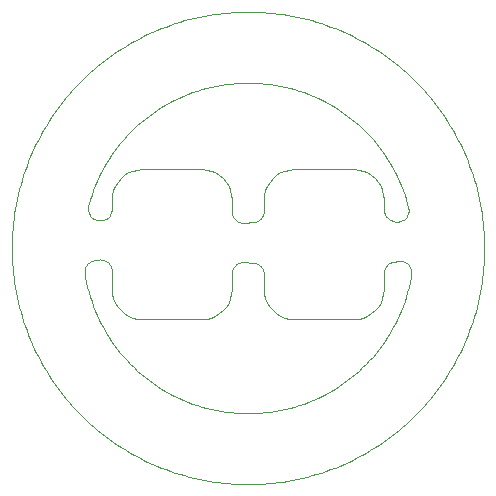
<source format=gko>
%MOIN*%
%OFA0B0*%
%FSLAX44Y44*%
%IPPOS*%
%LPD*%
%ADD10C,0*%
D10*
X00008661Y00023228D02*
X00008661Y00023228D01*
X00008826Y00023230D01*
X00008991Y00023235D01*
X00009155Y00023243D01*
X00009320Y00023255D01*
X00009484Y00023271D01*
X00009648Y00023290D01*
X00009811Y00023312D01*
X00009974Y00023338D01*
X00010136Y00023367D01*
X00010298Y00023400D01*
X00010459Y00023436D01*
X00010619Y00023475D01*
X00010778Y00023518D01*
X00010937Y00023564D01*
X00011094Y00023613D01*
X00011250Y00023666D01*
X00011406Y00023722D01*
X00011560Y00023781D01*
X00011712Y00023843D01*
X00011864Y00023909D01*
X00012014Y00023977D01*
X00012162Y00024049D01*
X00012309Y00024124D01*
X00012454Y00024202D01*
X00012598Y00024283D01*
X00012740Y00024367D01*
X00012880Y00024454D01*
X00013018Y00024543D01*
X00013155Y00024636D01*
X00013289Y00024732D01*
X00013422Y00024830D01*
X00013552Y00024931D01*
X00013680Y00025035D01*
X00013806Y00025141D01*
X00013930Y00025250D01*
X00014051Y00025362D01*
X00014170Y00025476D01*
X00014287Y00025593D01*
X00014401Y00025712D01*
X00014512Y00025833D01*
X00014622Y00025957D01*
X00014728Y00026083D01*
X00014832Y00026211D01*
X00014933Y00026341D01*
X00015031Y00026474D01*
X00015127Y00026608D01*
X00015219Y00026744D01*
X00015309Y00026883D01*
X00015396Y00027023D01*
X00015480Y00027165D01*
X00015561Y00027309D01*
X00015639Y00027454D01*
X00015714Y00027601D01*
X00015786Y00027749D01*
X00015854Y00027899D01*
X00015920Y00028051D01*
X00015982Y00028203D01*
X00016041Y00028357D01*
X00016097Y00028512D01*
X00016150Y00028669D01*
X00016199Y00028826D01*
X00016245Y00028984D01*
X00016288Y00029144D01*
X00016327Y00029304D01*
X00016363Y00029465D01*
X00016395Y00029626D01*
X00016425Y00029789D01*
X00016450Y00029952D01*
X00016473Y00030115D01*
X00016492Y00030279D01*
X00016507Y00030443D01*
X00016519Y00030607D01*
X00016528Y00030772D01*
X00016533Y00030937D01*
X00016535Y00031102D01*
X00016533Y00031267D01*
X00016528Y00031432D01*
X00016519Y00031596D01*
X00016507Y00031761D01*
X00016492Y00031925D01*
X00016473Y00032089D01*
X00016450Y00032252D01*
X00016425Y00032415D01*
X00016395Y00032577D01*
X00016363Y00032739D01*
X00016327Y00032900D01*
X00016288Y00033060D01*
X00016245Y00033219D01*
X00016199Y00033378D01*
X00016150Y00033535D01*
X00016097Y00033691D01*
X00016041Y00033847D01*
X00015982Y00034000D01*
X00015920Y00034153D01*
X00015854Y00034305D01*
X00015786Y00034454D01*
X00015714Y00034603D01*
X00015639Y00034750D01*
X00015561Y00034895D01*
X00015480Y00035039D01*
X00015396Y00035181D01*
X00015309Y00035321D01*
X00015219Y00035459D01*
X00015127Y00035596D01*
X00015031Y00035730D01*
X00014933Y00035862D01*
X00014832Y00035993D01*
X00014728Y00036121D01*
X00014622Y00036247D01*
X00014512Y00036371D01*
X00014401Y00036492D01*
X00014287Y00036611D01*
X00014170Y00036728D01*
X00014051Y00036842D01*
X00013930Y00036953D01*
X00013806Y00037062D01*
X00013680Y00037169D01*
X00013552Y00037273D01*
X00013422Y00037374D01*
X00013289Y00037472D01*
X00013155Y00037568D01*
X00013018Y00037660D01*
X00012880Y00037750D01*
X00012740Y00037837D01*
X00012598Y00037921D01*
X00012454Y00038002D01*
X00012309Y00038080D01*
X00012162Y00038155D01*
X00012014Y00038226D01*
X00011864Y00038295D01*
X00011712Y00038361D01*
X00011560Y00038423D01*
X00011406Y00038482D01*
X00011250Y00038538D01*
X00011094Y00038591D01*
X00010937Y00038640D01*
X00010778Y00038686D01*
X00010619Y00038729D01*
X00010459Y00038768D01*
X00010298Y00038804D01*
X00010136Y00038836D01*
X00009974Y00038866D01*
X00009811Y00038891D01*
X00009648Y00038914D01*
X00009484Y00038933D01*
X00009320Y00038948D01*
X00009155Y00038960D01*
X00008991Y00038969D01*
X00008826Y00038974D01*
X00008661Y00038976D01*
X00008496Y00038974D01*
X00008331Y00038969D01*
X00008167Y00038960D01*
X00008002Y00038948D01*
X00007838Y00038933D01*
X00007674Y00038914D01*
X00007511Y00038891D01*
X00007348Y00038866D01*
X00007185Y00038836D01*
X00007024Y00038804D01*
X00006863Y00038768D01*
X00006703Y00038729D01*
X00006543Y00038686D01*
X00006385Y00038640D01*
X00006228Y00038591D01*
X00006071Y00038538D01*
X00005916Y00038482D01*
X00005762Y00038423D01*
X00005610Y00038361D01*
X00005458Y00038295D01*
X00005308Y00038226D01*
X00005160Y00038155D01*
X00005013Y00038080D01*
X00004868Y00038002D01*
X00004724Y00037921D01*
X00004582Y00037837D01*
X00004442Y00037750D01*
X00004303Y00037660D01*
X00004167Y00037568D01*
X00004033Y00037472D01*
X00003900Y00037374D01*
X00003770Y00037273D01*
X00003642Y00037169D01*
X00003516Y00037062D01*
X00003392Y00036953D01*
X00003271Y00036842D01*
X00003152Y00036728D01*
X00003035Y00036611D01*
X00002921Y00036492D01*
X00002809Y00036371D01*
X00002700Y00036247D01*
X00002594Y00036121D01*
X00002490Y00035993D01*
X00002389Y00035862D01*
X00002291Y00035730D01*
X00002195Y00035596D01*
X00002102Y00035459D01*
X00002013Y00035321D01*
X00001926Y00035181D01*
X00001842Y00035039D01*
X00001761Y00034895D01*
X00001683Y00034750D01*
X00001608Y00034603D01*
X00001536Y00034454D01*
X00001468Y00034305D01*
X00001402Y00034153D01*
X00001340Y00034000D01*
X00001281Y00033847D01*
X00001225Y00033691D01*
X00001172Y00033535D01*
X00001123Y00033378D01*
X00001077Y00033219D01*
X00001034Y00033060D01*
X00000995Y00032900D01*
X00000959Y00032739D01*
X00000926Y00032577D01*
X00000897Y00032415D01*
X00000871Y00032252D01*
X00000849Y00032089D01*
X00000830Y00031925D01*
X00000815Y00031761D01*
X00000802Y00031596D01*
X00000794Y00031432D01*
X00000789Y00031267D01*
X00000787Y00031102D01*
X00000789Y00030937D01*
X00000794Y00030772D01*
X00000802Y00030607D01*
X00000815Y00030443D01*
X00000830Y00030279D01*
X00000849Y00030115D01*
X00000871Y00029952D01*
X00000897Y00029789D01*
X00000926Y00029626D01*
X00000959Y00029465D01*
X00000995Y00029304D01*
X00001034Y00029144D01*
X00001077Y00028984D01*
X00001123Y00028826D01*
X00001172Y00028669D01*
X00001225Y00028512D01*
X00001281Y00028357D01*
X00001340Y00028203D01*
X00001402Y00028051D01*
X00001468Y00027899D01*
X00001536Y00027749D01*
X00001608Y00027601D01*
X00001683Y00027454D01*
X00001761Y00027309D01*
X00001842Y00027165D01*
X00001926Y00027023D01*
X00002013Y00026883D01*
X00002102Y00026744D01*
X00002195Y00026608D01*
X00002291Y00026474D01*
X00002389Y00026341D01*
X00002490Y00026211D01*
X00002594Y00026083D01*
X00002700Y00025957D01*
X00002809Y00025833D01*
X00002921Y00025712D01*
X00003035Y00025593D01*
X00003152Y00025476D01*
X00003271Y00025362D01*
X00003392Y00025250D01*
X00003516Y00025141D01*
X00003642Y00025035D01*
X00003770Y00024931D01*
X00003900Y00024830D01*
X00004033Y00024732D01*
X00004167Y00024636D01*
X00004303Y00024543D01*
X00004442Y00024454D01*
X00004582Y00024367D01*
X00004724Y00024283D01*
X00004868Y00024202D01*
X00005013Y00024124D01*
X00005160Y00024049D01*
X00005308Y00023977D01*
X00005458Y00023909D01*
X00005610Y00023843D01*
X00005762Y00023781D01*
X00005916Y00023722D01*
X00006071Y00023666D01*
X00006228Y00023613D01*
X00006385Y00023564D01*
X00006543Y00023518D01*
X00006703Y00023475D01*
X00006863Y00023436D01*
X00007024Y00023400D01*
X00007185Y00023367D01*
X00007348Y00023338D01*
X00007511Y00023312D01*
X00007674Y00023290D01*
X00007838Y00023271D01*
X00008002Y00023255D01*
X00008167Y00023243D01*
X00008331Y00023235D01*
X00008496Y00023230D01*
X00008661Y00023228D01*
X00003217Y00030242D02*
X00003217Y00030242D01*
X00003213Y00030273D01*
X00003212Y00030305D01*
X00003213Y00030336D01*
X00003216Y00030367D01*
X00003222Y00030398D01*
X00003231Y00030428D01*
X00003242Y00030458D01*
X00003255Y00030486D01*
X00003270Y00030513D01*
X00003288Y00030539D01*
X00003307Y00030564D01*
X00003329Y00030587D01*
X00003352Y00030608D01*
X00003377Y00030627D01*
X00003403Y00030644D01*
X00003431Y00030659D01*
X00003459Y00030672D01*
X00003489Y00030683D01*
X00003519Y00030691D01*
X00003550Y00030696D01*
X00003672Y00030714D01*
X00003706Y00030717D01*
X00003740Y00030718D01*
X00003773Y00030715D01*
X00003806Y00030710D01*
X00003839Y00030702D01*
X00003871Y00030691D01*
X00003902Y00030677D01*
X00003931Y00030661D01*
X00003960Y00030642D01*
X00003986Y00030621D01*
X00004010Y00030598D01*
X00004033Y00030573D01*
X00004053Y00030546D01*
X00004071Y00030518D01*
X00004086Y00030488D01*
X00004099Y00030456D01*
X00004109Y00030424D01*
X00004116Y00030391D01*
X00004120Y00030358D01*
X00004122Y00030324D01*
X00004122Y00029728D01*
X00004134Y00029571D01*
X00004170Y00029419D01*
X00004231Y00029274D01*
X00004313Y00029140D01*
X00004414Y00029021D01*
X00004534Y00028919D01*
X00004668Y00028837D01*
X00004813Y00028777D01*
X00004965Y00028740D01*
X00005122Y00028728D01*
X00007122Y00028728D01*
X00007278Y00028740D01*
X00007431Y00028777D01*
X00007576Y00028837D01*
X00007709Y00028919D01*
X00007829Y00029021D01*
X00007931Y00029140D01*
X00008013Y00029274D01*
X00008073Y00029419D01*
X00008109Y00029571D01*
X00008122Y00029728D01*
X00008122Y00030241D01*
X00008123Y00030274D01*
X00008127Y00030306D01*
X00008133Y00030337D01*
X00008143Y00030368D01*
X00008154Y00030398D01*
X00008168Y00030428D01*
X00008185Y00030455D01*
X00008204Y00030482D01*
X00008224Y00030507D01*
X00008247Y00030529D01*
X00008272Y00030551D01*
X00008298Y00030569D01*
X00008326Y00030586D01*
X00008354Y00030601D01*
X00008384Y00030613D01*
X00008415Y00030622D01*
X00008447Y00030629D01*
X00008479Y00030633D01*
X00008511Y00030635D01*
X00008544Y00030634D01*
X00008823Y00030614D01*
X00008852Y00030610D01*
X00008881Y00030605D01*
X00008910Y00030597D01*
X00008938Y00030588D01*
X00008965Y00030576D01*
X00008991Y00030562D01*
X00009016Y00030547D01*
X00009040Y00030529D01*
X00009062Y00030510D01*
X00009083Y00030489D01*
X00009102Y00030467D01*
X00009120Y00030443D01*
X00009136Y00030418D01*
X00009149Y00030392D01*
X00009161Y00030365D01*
X00009171Y00030337D01*
X00009179Y00030309D01*
X00009184Y00030280D01*
X00009187Y00030250D01*
X00009188Y00030221D01*
X00009188Y00029728D01*
X00009201Y00029571D01*
X00009237Y00029419D01*
X00009297Y00029274D01*
X00009379Y00029140D01*
X00009481Y00029021D01*
X00009601Y00028919D01*
X00009734Y00028837D01*
X00009879Y00028777D01*
X00010032Y00028740D01*
X00010188Y00028728D01*
X00012188Y00028728D01*
X00012345Y00028740D01*
X00012497Y00028777D01*
X00012642Y00028837D01*
X00012776Y00028919D01*
X00012896Y00029021D01*
X00012997Y00029140D01*
X00013079Y00029274D01*
X00013140Y00029419D01*
X00013176Y00029571D01*
X00013188Y00029728D01*
X00013188Y00030260D01*
X00013189Y00030287D01*
X00013192Y00030315D01*
X00013197Y00030342D01*
X00013204Y00030368D01*
X00013212Y00030395D01*
X00013223Y00030420D01*
X00013235Y00030445D01*
X00013249Y00030469D01*
X00013264Y00030492D01*
X00013281Y00030513D01*
X00013299Y00030534D01*
X00013319Y00030553D01*
X00013340Y00030570D01*
X00013363Y00030587D01*
X00013386Y00030601D01*
X00013410Y00030614D01*
X00013436Y00030625D01*
X00013461Y00030634D01*
X00013488Y00030642D01*
X00013515Y00030648D01*
X00013645Y00030670D01*
X00013682Y00030675D01*
X00013720Y00030676D01*
X00013757Y00030673D01*
X00013794Y00030667D01*
X00013831Y00030658D01*
X00013866Y00030645D01*
X00013900Y00030629D01*
X00013932Y00030609D01*
X00013962Y00030587D01*
X00013990Y00030562D01*
X00014015Y00030534D01*
X00014038Y00030504D01*
X00014057Y00030472D01*
X00014074Y00030438D01*
X00014087Y00030403D01*
X00014097Y00030367D01*
X00014103Y00030330D01*
X00014106Y00030293D01*
X00014105Y00030255D01*
X00014101Y00030218D01*
X00014084Y00030118D01*
X00014052Y00029956D01*
X00014016Y00029795D01*
X00013974Y00029636D01*
X00013928Y00029477D01*
X00013877Y00029320D01*
X00013821Y00029165D01*
X00013761Y00029012D01*
X00013696Y00028860D01*
X00013627Y00028710D01*
X00013553Y00028563D01*
X00013475Y00028418D01*
X00013393Y00028275D01*
X00013306Y00028135D01*
X00013215Y00027997D01*
X00013120Y00027862D01*
X00013021Y00027730D01*
X00012918Y00027601D01*
X00012812Y00027475D01*
X00012701Y00027353D01*
X00012587Y00027234D01*
X00012470Y00027118D01*
X00012349Y00027006D01*
X00012225Y00026897D01*
X00012097Y00026793D01*
X00011967Y00026692D01*
X00011834Y00026595D01*
X00011697Y00026502D01*
X00011558Y00026413D01*
X00011417Y00026328D01*
X00011273Y00026248D01*
X00011126Y00026172D01*
X00010978Y00026101D01*
X00010827Y00026034D01*
X00010675Y00025971D01*
X00010520Y00025913D01*
X00010364Y00025860D01*
X00010207Y00025811D01*
X00010048Y00025767D01*
X00009887Y00025728D01*
X00009726Y00025694D01*
X00009564Y00025665D01*
X00009401Y00025640D01*
X00009237Y00025620D01*
X00009073Y00025605D01*
X00008908Y00025596D01*
X00008743Y00025591D01*
X00008578Y00025591D01*
X00008414Y00025596D01*
X00008249Y00025605D01*
X00008085Y00025620D01*
X00007921Y00025640D01*
X00007758Y00025665D01*
X00007596Y00025694D01*
X00007434Y00025728D01*
X00007274Y00025767D01*
X00007115Y00025811D01*
X00006958Y00025860D01*
X00006802Y00025913D01*
X00006647Y00025971D01*
X00006495Y00026034D01*
X00006344Y00026101D01*
X00006195Y00026172D01*
X00006049Y00026248D01*
X00005905Y00026328D01*
X00005763Y00026413D01*
X00005624Y00026502D01*
X00005488Y00026595D01*
X00005355Y00026692D01*
X00005224Y00026793D01*
X00005097Y00026897D01*
X00004973Y00027006D01*
X00004852Y00027118D01*
X00004734Y00027234D01*
X00004620Y00027353D01*
X00004510Y00027475D01*
X00004403Y00027601D01*
X00004301Y00027730D01*
X00004202Y00027862D01*
X00004107Y00027997D01*
X00004016Y00028135D01*
X00003929Y00028275D01*
X00003847Y00028418D01*
X00003769Y00028563D01*
X00003695Y00028710D01*
X00003626Y00028860D01*
X00003561Y00029012D01*
X00003501Y00029165D01*
X00003445Y00029320D01*
X00003394Y00029477D01*
X00003348Y00029636D01*
X00003306Y00029795D01*
X00003270Y00029956D01*
X00003238Y00030118D01*
X00003217Y00030242D01*
X00014000Y00032468D02*
X00014000Y00032468D01*
X00014009Y00032421D01*
X00014013Y00032373D01*
X00014011Y00032326D01*
X00014002Y00032279D01*
X00013989Y00032233D01*
X00013970Y00032189D01*
X00013945Y00032148D01*
X00013916Y00032110D01*
X00013883Y00032076D01*
X00013846Y00032047D01*
X00013805Y00032022D01*
X00013762Y00032002D01*
X00013716Y00031987D01*
X00013669Y00031978D01*
X00013622Y00031975D01*
X00013574Y00031978D01*
X00013527Y00031986D01*
X00013482Y00032000D01*
X00013438Y00032019D01*
X00013397Y00032044D01*
X00013360Y00032069D01*
X00013345Y00032080D01*
X00013330Y00032092D01*
X00013315Y00032105D01*
X00013301Y00032118D01*
X00013288Y00032132D01*
X00013276Y00032146D01*
X00013264Y00032162D01*
X00013253Y00032177D01*
X00013243Y00032194D01*
X00013234Y00032210D01*
X00013225Y00032227D01*
X00013218Y00032245D01*
X00013211Y00032263D01*
X00013205Y00032281D01*
X00013200Y00032299D01*
X00013196Y00032318D01*
X00013193Y00032337D01*
X00013190Y00032356D01*
X00013189Y00032375D01*
X00013188Y00032394D01*
X00013188Y00032728D01*
X00013176Y00032884D01*
X00013140Y00033037D01*
X00013079Y00033182D01*
X00012997Y00033316D01*
X00012896Y00033435D01*
X00012776Y00033537D01*
X00012642Y00033619D01*
X00012497Y00033679D01*
X00012345Y00033716D01*
X00012188Y00033728D01*
X00010188Y00033728D01*
X00010032Y00033716D01*
X00009879Y00033679D01*
X00009734Y00033619D01*
X00009601Y00033537D01*
X00009481Y00033435D01*
X00009379Y00033316D01*
X00009297Y00033182D01*
X00009237Y00033037D01*
X00009201Y00032884D01*
X00009188Y00032728D01*
X00009188Y00032348D01*
X00009187Y00032319D01*
X00009184Y00032290D01*
X00009179Y00032261D01*
X00009171Y00032232D01*
X00009161Y00032204D01*
X00009149Y00032177D01*
X00009136Y00032151D01*
X00009120Y00032126D01*
X00009102Y00032102D01*
X00009083Y00032080D01*
X00009062Y00032059D01*
X00009040Y00032040D01*
X00009016Y00032023D01*
X00008991Y00032007D01*
X00008965Y00031993D01*
X00008938Y00031982D01*
X00008910Y00031972D01*
X00008881Y00031964D01*
X00008852Y00031959D01*
X00008823Y00031956D01*
X00008544Y00031935D01*
X00008511Y00031934D01*
X00008479Y00031936D01*
X00008447Y00031940D01*
X00008415Y00031947D01*
X00008384Y00031957D01*
X00008354Y00031969D01*
X00008326Y00031983D01*
X00008298Y00032000D01*
X00008272Y00032019D01*
X00008247Y00032040D01*
X00008224Y00032063D01*
X00008204Y00032088D01*
X00008185Y00032114D01*
X00008168Y00032142D01*
X00008154Y00032171D01*
X00008143Y00032201D01*
X00008133Y00032232D01*
X00008127Y00032264D01*
X00008123Y00032296D01*
X00008122Y00032328D01*
X00008122Y00032728D01*
X00008109Y00032884D01*
X00008073Y00033037D01*
X00008013Y00033182D01*
X00007931Y00033316D01*
X00007829Y00033435D01*
X00007709Y00033537D01*
X00007576Y00033619D01*
X00007431Y00033679D01*
X00007278Y00033716D01*
X00007122Y00033728D01*
X00005122Y00033728D01*
X00004965Y00033716D01*
X00004813Y00033679D01*
X00004668Y00033619D01*
X00004534Y00033537D01*
X00004414Y00033435D01*
X00004313Y00033316D01*
X00004231Y00033182D01*
X00004170Y00033037D01*
X00004134Y00032884D01*
X00004122Y00032728D01*
X00004122Y00032414D01*
X00004118Y00032364D01*
X00004109Y00032316D01*
X00004094Y00032269D01*
X00004073Y00032224D01*
X00004046Y00032182D01*
X00004014Y00032144D01*
X00003978Y00032110D01*
X00003938Y00032081D01*
X00003895Y00032057D01*
X00003849Y00032039D01*
X00003800Y00032027D01*
X00003751Y00032021D01*
X00003702Y00032021D01*
X00003653Y00032027D01*
X00003605Y00032040D01*
X00003559Y00032058D01*
X00003515Y00032082D01*
X00003475Y00032112D01*
X00003440Y00032146D01*
X00003408Y00032184D01*
X00003398Y00032198D01*
X00003388Y00032212D01*
X00003379Y00032227D01*
X00003371Y00032242D01*
X00003363Y00032257D01*
X00003356Y00032273D01*
X00003349Y00032289D01*
X00003344Y00032305D01*
X00003339Y00032322D01*
X00003334Y00032339D01*
X00003331Y00032355D01*
X00003328Y00032373D01*
X00003326Y00032390D01*
X00003325Y00032407D01*
X00003324Y00032424D01*
X00003325Y00032441D01*
X00003326Y00032459D01*
X00003327Y00032476D01*
X00003330Y00032493D01*
X00003333Y00032510D01*
X00003337Y00032527D01*
X00003337Y00032527D01*
X00003348Y00032568D01*
X00003394Y00032726D01*
X00003445Y00032883D01*
X00003501Y00033039D01*
X00003561Y00033192D01*
X00003626Y00033344D01*
X00003695Y00033493D01*
X00003769Y00033641D01*
X00003847Y00033786D01*
X00003929Y00033929D01*
X00004016Y00034069D01*
X00004107Y00034207D01*
X00004202Y00034342D01*
X00004301Y00034474D01*
X00004403Y00034603D01*
X00004510Y00034728D01*
X00004620Y00034851D01*
X00004734Y00034970D01*
X00004852Y00035086D01*
X00004973Y00035198D01*
X00005097Y00035306D01*
X00005224Y00035411D01*
X00005355Y00035512D01*
X00005488Y00035609D01*
X00005624Y00035702D01*
X00005763Y00035791D01*
X00005905Y00035875D01*
X00006049Y00035956D01*
X00006195Y00036032D01*
X00006344Y00036103D01*
X00006495Y00036170D01*
X00006647Y00036233D01*
X00006802Y00036291D01*
X00006958Y00036344D01*
X00007115Y00036393D01*
X00007274Y00036436D01*
X00007434Y00036475D01*
X00007596Y00036510D01*
X00007758Y00036539D01*
X00007921Y00036564D01*
X00008085Y00036583D01*
X00008249Y00036598D01*
X00008414Y00036608D01*
X00008578Y00036613D01*
X00008743Y00036613D01*
X00008908Y00036608D01*
X00009073Y00036598D01*
X00009237Y00036583D01*
X00009401Y00036564D01*
X00009564Y00036539D01*
X00009726Y00036510D01*
X00009887Y00036475D01*
X00010048Y00036436D01*
X00010207Y00036393D01*
X00010364Y00036344D01*
X00010520Y00036291D01*
X00010675Y00036233D01*
X00010827Y00036170D01*
X00010978Y00036103D01*
X00011126Y00036032D01*
X00011273Y00035956D01*
X00011417Y00035875D01*
X00011558Y00035791D01*
X00011697Y00035702D01*
X00011834Y00035609D01*
X00011967Y00035512D01*
X00012097Y00035411D01*
X00012225Y00035306D01*
X00012349Y00035198D01*
X00012470Y00035086D01*
X00012587Y00034970D01*
X00012701Y00034851D01*
X00012812Y00034728D01*
X00012918Y00034603D01*
X00013021Y00034474D01*
X00013120Y00034342D01*
X00013215Y00034207D01*
X00013306Y00034069D01*
X00013393Y00033929D01*
X00013475Y00033786D01*
X00013553Y00033641D01*
X00013627Y00033493D01*
X00013696Y00033344D01*
X00013761Y00033192D01*
X00013821Y00033039D01*
X00013877Y00032883D01*
X00013928Y00032726D01*
X00013974Y00032568D01*
X00014000Y00032468D01*
M02*
</source>
